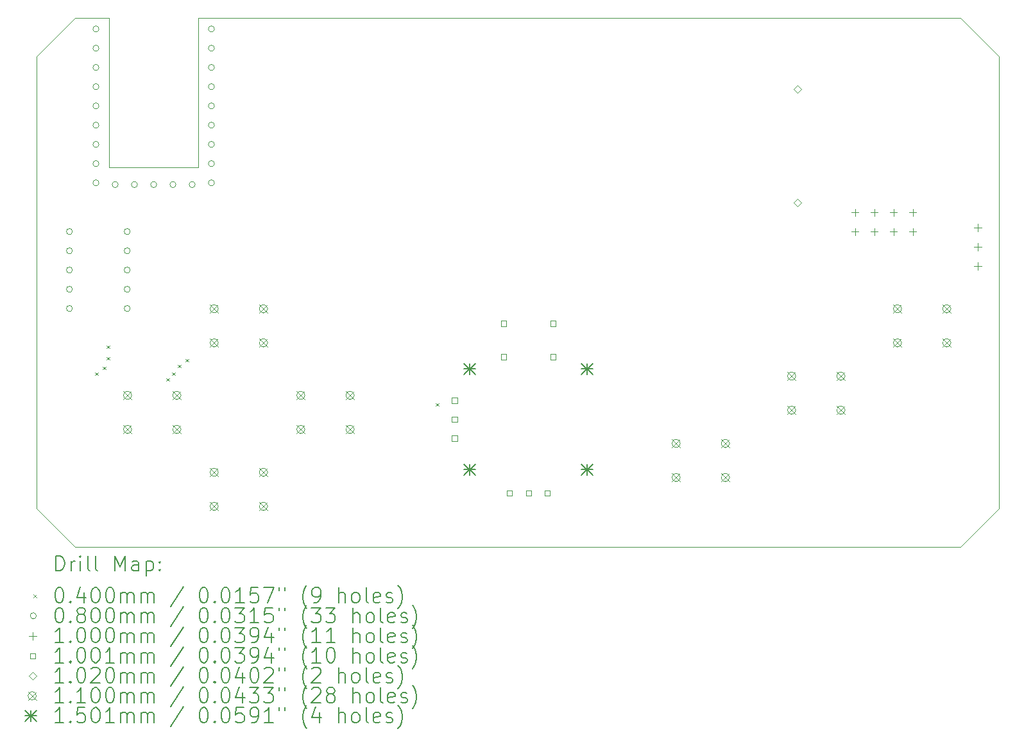
<source format=gbr>
%TF.GenerationSoftware,KiCad,Pcbnew,(6.0.9)*%
%TF.CreationDate,2022-11-26T23:56:55-05:00*%
%TF.ProjectId,rf_controller_hw,72665f63-6f6e-4747-926f-6c6c65725f68,rev?*%
%TF.SameCoordinates,Original*%
%TF.FileFunction,Drillmap*%
%TF.FilePolarity,Positive*%
%FSLAX45Y45*%
G04 Gerber Fmt 4.5, Leading zero omitted, Abs format (unit mm)*
G04 Created by KiCad (PCBNEW (6.0.9)) date 2022-11-26 23:56:55*
%MOMM*%
%LPD*%
G01*
G04 APERTURE LIST*
%ADD10C,0.100000*%
%ADD11C,0.200000*%
%ADD12C,0.040000*%
%ADD13C,0.080000*%
%ADD14C,0.100076*%
%ADD15C,0.102000*%
%ADD16C,0.110000*%
%ADD17C,0.150114*%
G04 APERTURE END LIST*
D10*
X9842500Y-6540500D02*
X11023600Y-6540500D01*
X11023600Y-4572000D01*
X21082000Y-4572000D01*
X21590000Y-5080000D01*
X21590000Y-11049000D01*
X21082000Y-11557000D01*
X9398000Y-11557000D01*
X8890000Y-11049000D01*
X8890000Y-5080000D01*
X9398000Y-4572000D01*
X9842500Y-4572000D01*
X9842500Y-6540500D01*
D11*
D12*
X9657400Y-9251000D02*
X9697400Y-9291000D01*
X9697400Y-9251000D02*
X9657400Y-9291000D01*
X9759000Y-9174800D02*
X9799000Y-9214800D01*
X9799000Y-9174800D02*
X9759000Y-9214800D01*
X9809800Y-8895400D02*
X9849800Y-8935400D01*
X9849800Y-8895400D02*
X9809800Y-8935400D01*
X9809800Y-9047800D02*
X9849800Y-9087800D01*
X9849800Y-9047800D02*
X9809800Y-9087800D01*
X10597200Y-9327200D02*
X10637200Y-9367200D01*
X10637200Y-9327200D02*
X10597200Y-9367200D01*
X10673400Y-9251000D02*
X10713400Y-9291000D01*
X10713400Y-9251000D02*
X10673400Y-9291000D01*
X10749600Y-9149400D02*
X10789600Y-9189400D01*
X10789600Y-9149400D02*
X10749600Y-9189400D01*
X10851200Y-9073200D02*
X10891200Y-9113200D01*
X10891200Y-9073200D02*
X10851200Y-9113200D01*
X14153200Y-9657400D02*
X14193200Y-9697400D01*
X14193200Y-9657400D02*
X14153200Y-9697400D01*
D13*
X9361800Y-7391400D02*
G75*
G03*
X9361800Y-7391400I-40000J0D01*
G01*
X9361800Y-7645400D02*
G75*
G03*
X9361800Y-7645400I-40000J0D01*
G01*
X9361800Y-7899400D02*
G75*
G03*
X9361800Y-7899400I-40000J0D01*
G01*
X9361800Y-8153400D02*
G75*
G03*
X9361800Y-8153400I-40000J0D01*
G01*
X9361800Y-8407400D02*
G75*
G03*
X9361800Y-8407400I-40000J0D01*
G01*
X9711100Y-4716900D02*
G75*
G03*
X9711100Y-4716900I-40000J0D01*
G01*
X9711100Y-4970900D02*
G75*
G03*
X9711100Y-4970900I-40000J0D01*
G01*
X9711100Y-5224900D02*
G75*
G03*
X9711100Y-5224900I-40000J0D01*
G01*
X9711100Y-5478900D02*
G75*
G03*
X9711100Y-5478900I-40000J0D01*
G01*
X9711100Y-5732900D02*
G75*
G03*
X9711100Y-5732900I-40000J0D01*
G01*
X9711100Y-5986900D02*
G75*
G03*
X9711100Y-5986900I-40000J0D01*
G01*
X9711100Y-6240900D02*
G75*
G03*
X9711100Y-6240900I-40000J0D01*
G01*
X9711100Y-6494900D02*
G75*
G03*
X9711100Y-6494900I-40000J0D01*
G01*
X9711100Y-6748900D02*
G75*
G03*
X9711100Y-6748900I-40000J0D01*
G01*
X9965100Y-6769900D02*
G75*
G03*
X9965100Y-6769900I-40000J0D01*
G01*
X10123800Y-7391400D02*
G75*
G03*
X10123800Y-7391400I-40000J0D01*
G01*
X10123800Y-7645400D02*
G75*
G03*
X10123800Y-7645400I-40000J0D01*
G01*
X10123800Y-7899400D02*
G75*
G03*
X10123800Y-7899400I-40000J0D01*
G01*
X10123800Y-8153400D02*
G75*
G03*
X10123800Y-8153400I-40000J0D01*
G01*
X10123800Y-8407400D02*
G75*
G03*
X10123800Y-8407400I-40000J0D01*
G01*
X10219100Y-6769900D02*
G75*
G03*
X10219100Y-6769900I-40000J0D01*
G01*
X10473100Y-6769900D02*
G75*
G03*
X10473100Y-6769900I-40000J0D01*
G01*
X10727100Y-6769900D02*
G75*
G03*
X10727100Y-6769900I-40000J0D01*
G01*
X10981100Y-6769900D02*
G75*
G03*
X10981100Y-6769900I-40000J0D01*
G01*
X11235100Y-4716900D02*
G75*
G03*
X11235100Y-4716900I-40000J0D01*
G01*
X11235100Y-4970900D02*
G75*
G03*
X11235100Y-4970900I-40000J0D01*
G01*
X11235100Y-5224900D02*
G75*
G03*
X11235100Y-5224900I-40000J0D01*
G01*
X11235100Y-5478900D02*
G75*
G03*
X11235100Y-5478900I-40000J0D01*
G01*
X11235100Y-5732900D02*
G75*
G03*
X11235100Y-5732900I-40000J0D01*
G01*
X11235100Y-5986900D02*
G75*
G03*
X11235100Y-5986900I-40000J0D01*
G01*
X11235100Y-6240900D02*
G75*
G03*
X11235100Y-6240900I-40000J0D01*
G01*
X11235100Y-6494900D02*
G75*
G03*
X11235100Y-6494900I-40000J0D01*
G01*
X11235100Y-6748900D02*
G75*
G03*
X11235100Y-6748900I-40000J0D01*
G01*
D10*
X19687700Y-7090650D02*
X19687700Y-7190650D01*
X19637700Y-7140650D02*
X19737700Y-7140650D01*
X19687700Y-7344650D02*
X19687700Y-7444650D01*
X19637700Y-7394650D02*
X19737700Y-7394650D01*
X19941700Y-7090650D02*
X19941700Y-7190650D01*
X19891700Y-7140650D02*
X19991700Y-7140650D01*
X19941700Y-7344650D02*
X19941700Y-7444650D01*
X19891700Y-7394650D02*
X19991700Y-7394650D01*
X20195700Y-7090650D02*
X20195700Y-7190650D01*
X20145700Y-7140650D02*
X20245700Y-7140650D01*
X20195700Y-7344650D02*
X20195700Y-7444650D01*
X20145700Y-7394650D02*
X20245700Y-7394650D01*
X20449700Y-7090650D02*
X20449700Y-7190650D01*
X20399700Y-7140650D02*
X20499700Y-7140650D01*
X20449700Y-7344650D02*
X20449700Y-7444650D01*
X20399700Y-7394650D02*
X20499700Y-7394650D01*
X21310600Y-7292100D02*
X21310600Y-7392100D01*
X21260600Y-7342100D02*
X21360600Y-7342100D01*
X21310600Y-7546100D02*
X21310600Y-7646100D01*
X21260600Y-7596100D02*
X21360600Y-7596100D01*
X21310600Y-7800100D02*
X21310600Y-7900100D01*
X21260600Y-7850100D02*
X21360600Y-7850100D01*
D14*
X14439786Y-9656014D02*
X14439786Y-9585249D01*
X14369021Y-9585249D01*
X14369021Y-9656014D01*
X14439786Y-9656014D01*
X14439786Y-9905950D02*
X14439786Y-9835185D01*
X14369021Y-9835185D01*
X14369021Y-9905950D01*
X14439786Y-9905950D01*
X14439786Y-10155886D02*
X14439786Y-10085121D01*
X14369021Y-10085121D01*
X14369021Y-10155886D01*
X14439786Y-10155886D01*
X15089772Y-8641030D02*
X15089772Y-8570265D01*
X15019007Y-8570265D01*
X15019007Y-8641030D01*
X15089772Y-8641030D01*
X15089772Y-9080958D02*
X15089772Y-9010193D01*
X15019007Y-9010193D01*
X15019007Y-9080958D01*
X15089772Y-9080958D01*
X15164956Y-10881056D02*
X15164956Y-10810291D01*
X15094191Y-10810291D01*
X15094191Y-10881056D01*
X15164956Y-10881056D01*
X15414892Y-10881056D02*
X15414892Y-10810291D01*
X15344127Y-10810291D01*
X15344127Y-10881056D01*
X15414892Y-10881056D01*
X15664828Y-10881056D02*
X15664828Y-10810291D01*
X15594063Y-10810291D01*
X15594063Y-10881056D01*
X15664828Y-10881056D01*
X15740012Y-8641030D02*
X15740012Y-8570265D01*
X15669247Y-8570265D01*
X15669247Y-8641030D01*
X15740012Y-8641030D01*
X15740012Y-9080958D02*
X15740012Y-9010193D01*
X15669247Y-9010193D01*
X15669247Y-9080958D01*
X15740012Y-9080958D01*
D15*
X18933100Y-5562100D02*
X18984100Y-5511100D01*
X18933100Y-5460100D01*
X18882100Y-5511100D01*
X18933100Y-5562100D01*
X18933100Y-7061100D02*
X18984100Y-7010100D01*
X18933100Y-6959100D01*
X18882100Y-7010100D01*
X18933100Y-7061100D01*
D16*
X10034000Y-9499000D02*
X10144000Y-9609000D01*
X10144000Y-9499000D02*
X10034000Y-9609000D01*
X10144000Y-9554000D02*
G75*
G03*
X10144000Y-9554000I-55000J0D01*
G01*
X10034000Y-9949000D02*
X10144000Y-10059000D01*
X10144000Y-9949000D02*
X10034000Y-10059000D01*
X10144000Y-10004000D02*
G75*
G03*
X10144000Y-10004000I-55000J0D01*
G01*
X10684000Y-9499000D02*
X10794000Y-9609000D01*
X10794000Y-9499000D02*
X10684000Y-9609000D01*
X10794000Y-9554000D02*
G75*
G03*
X10794000Y-9554000I-55000J0D01*
G01*
X10684000Y-9949000D02*
X10794000Y-10059000D01*
X10794000Y-9949000D02*
X10684000Y-10059000D01*
X10794000Y-10004000D02*
G75*
G03*
X10794000Y-10004000I-55000J0D01*
G01*
X11177000Y-8356000D02*
X11287000Y-8466000D01*
X11287000Y-8356000D02*
X11177000Y-8466000D01*
X11287000Y-8411000D02*
G75*
G03*
X11287000Y-8411000I-55000J0D01*
G01*
X11177000Y-8806000D02*
X11287000Y-8916000D01*
X11287000Y-8806000D02*
X11177000Y-8916000D01*
X11287000Y-8861000D02*
G75*
G03*
X11287000Y-8861000I-55000J0D01*
G01*
X11177000Y-10515000D02*
X11287000Y-10625000D01*
X11287000Y-10515000D02*
X11177000Y-10625000D01*
X11287000Y-10570000D02*
G75*
G03*
X11287000Y-10570000I-55000J0D01*
G01*
X11177000Y-10965000D02*
X11287000Y-11075000D01*
X11287000Y-10965000D02*
X11177000Y-11075000D01*
X11287000Y-11020000D02*
G75*
G03*
X11287000Y-11020000I-55000J0D01*
G01*
X11827000Y-8356000D02*
X11937000Y-8466000D01*
X11937000Y-8356000D02*
X11827000Y-8466000D01*
X11937000Y-8411000D02*
G75*
G03*
X11937000Y-8411000I-55000J0D01*
G01*
X11827000Y-8806000D02*
X11937000Y-8916000D01*
X11937000Y-8806000D02*
X11827000Y-8916000D01*
X11937000Y-8861000D02*
G75*
G03*
X11937000Y-8861000I-55000J0D01*
G01*
X11827000Y-10515000D02*
X11937000Y-10625000D01*
X11937000Y-10515000D02*
X11827000Y-10625000D01*
X11937000Y-10570000D02*
G75*
G03*
X11937000Y-10570000I-55000J0D01*
G01*
X11827000Y-10965000D02*
X11937000Y-11075000D01*
X11937000Y-10965000D02*
X11827000Y-11075000D01*
X11937000Y-11020000D02*
G75*
G03*
X11937000Y-11020000I-55000J0D01*
G01*
X12320000Y-9499000D02*
X12430000Y-9609000D01*
X12430000Y-9499000D02*
X12320000Y-9609000D01*
X12430000Y-9554000D02*
G75*
G03*
X12430000Y-9554000I-55000J0D01*
G01*
X12320000Y-9949000D02*
X12430000Y-10059000D01*
X12430000Y-9949000D02*
X12320000Y-10059000D01*
X12430000Y-10004000D02*
G75*
G03*
X12430000Y-10004000I-55000J0D01*
G01*
X12970000Y-9499000D02*
X13080000Y-9609000D01*
X13080000Y-9499000D02*
X12970000Y-9609000D01*
X13080000Y-9554000D02*
G75*
G03*
X13080000Y-9554000I-55000J0D01*
G01*
X12970000Y-9949000D02*
X13080000Y-10059000D01*
X13080000Y-9949000D02*
X12970000Y-10059000D01*
X13080000Y-10004000D02*
G75*
G03*
X13080000Y-10004000I-55000J0D01*
G01*
X17273000Y-10134000D02*
X17383000Y-10244000D01*
X17383000Y-10134000D02*
X17273000Y-10244000D01*
X17383000Y-10189000D02*
G75*
G03*
X17383000Y-10189000I-55000J0D01*
G01*
X17273000Y-10584000D02*
X17383000Y-10694000D01*
X17383000Y-10584000D02*
X17273000Y-10694000D01*
X17383000Y-10639000D02*
G75*
G03*
X17383000Y-10639000I-55000J0D01*
G01*
X17923000Y-10134000D02*
X18033000Y-10244000D01*
X18033000Y-10134000D02*
X17923000Y-10244000D01*
X18033000Y-10189000D02*
G75*
G03*
X18033000Y-10189000I-55000J0D01*
G01*
X17923000Y-10584000D02*
X18033000Y-10694000D01*
X18033000Y-10584000D02*
X17923000Y-10694000D01*
X18033000Y-10639000D02*
G75*
G03*
X18033000Y-10639000I-55000J0D01*
G01*
X18797000Y-9245000D02*
X18907000Y-9355000D01*
X18907000Y-9245000D02*
X18797000Y-9355000D01*
X18907000Y-9300000D02*
G75*
G03*
X18907000Y-9300000I-55000J0D01*
G01*
X18797000Y-9695000D02*
X18907000Y-9805000D01*
X18907000Y-9695000D02*
X18797000Y-9805000D01*
X18907000Y-9750000D02*
G75*
G03*
X18907000Y-9750000I-55000J0D01*
G01*
X19447000Y-9245000D02*
X19557000Y-9355000D01*
X19557000Y-9245000D02*
X19447000Y-9355000D01*
X19557000Y-9300000D02*
G75*
G03*
X19557000Y-9300000I-55000J0D01*
G01*
X19447000Y-9695000D02*
X19557000Y-9805000D01*
X19557000Y-9695000D02*
X19447000Y-9805000D01*
X19557000Y-9750000D02*
G75*
G03*
X19557000Y-9750000I-55000J0D01*
G01*
X20194000Y-8356000D02*
X20304000Y-8466000D01*
X20304000Y-8356000D02*
X20194000Y-8466000D01*
X20304000Y-8411000D02*
G75*
G03*
X20304000Y-8411000I-55000J0D01*
G01*
X20194000Y-8806000D02*
X20304000Y-8916000D01*
X20304000Y-8806000D02*
X20194000Y-8916000D01*
X20304000Y-8861000D02*
G75*
G03*
X20304000Y-8861000I-55000J0D01*
G01*
X20844000Y-8356000D02*
X20954000Y-8466000D01*
X20954000Y-8356000D02*
X20844000Y-8466000D01*
X20954000Y-8411000D02*
G75*
G03*
X20954000Y-8411000I-55000J0D01*
G01*
X20844000Y-8806000D02*
X20954000Y-8916000D01*
X20954000Y-8806000D02*
X20844000Y-8916000D01*
X20954000Y-8861000D02*
G75*
G03*
X20954000Y-8861000I-55000J0D01*
G01*
D17*
X14529498Y-9130538D02*
X14679612Y-9280652D01*
X14679612Y-9130538D02*
X14529498Y-9280652D01*
X14604555Y-9130538D02*
X14604555Y-9280652D01*
X14529498Y-9205595D02*
X14679612Y-9205595D01*
X14529498Y-10460482D02*
X14679612Y-10610596D01*
X14679612Y-10460482D02*
X14529498Y-10610596D01*
X14604555Y-10460482D02*
X14604555Y-10610596D01*
X14529498Y-10535539D02*
X14679612Y-10535539D01*
X16079406Y-9130538D02*
X16229520Y-9280652D01*
X16229520Y-9130538D02*
X16079406Y-9280652D01*
X16154463Y-9130538D02*
X16154463Y-9280652D01*
X16079406Y-9205595D02*
X16229520Y-9205595D01*
X16079406Y-10460482D02*
X16229520Y-10610596D01*
X16229520Y-10460482D02*
X16079406Y-10610596D01*
X16154463Y-10460482D02*
X16154463Y-10610596D01*
X16079406Y-10535539D02*
X16229520Y-10535539D01*
D11*
X9142619Y-11872476D02*
X9142619Y-11672476D01*
X9190238Y-11672476D01*
X9218810Y-11682000D01*
X9237857Y-11701048D01*
X9247381Y-11720095D01*
X9256905Y-11758190D01*
X9256905Y-11786762D01*
X9247381Y-11824857D01*
X9237857Y-11843905D01*
X9218810Y-11862952D01*
X9190238Y-11872476D01*
X9142619Y-11872476D01*
X9342619Y-11872476D02*
X9342619Y-11739143D01*
X9342619Y-11777238D02*
X9352143Y-11758190D01*
X9361667Y-11748667D01*
X9380714Y-11739143D01*
X9399762Y-11739143D01*
X9466429Y-11872476D02*
X9466429Y-11739143D01*
X9466429Y-11672476D02*
X9456905Y-11682000D01*
X9466429Y-11691524D01*
X9475952Y-11682000D01*
X9466429Y-11672476D01*
X9466429Y-11691524D01*
X9590238Y-11872476D02*
X9571190Y-11862952D01*
X9561667Y-11843905D01*
X9561667Y-11672476D01*
X9695000Y-11872476D02*
X9675952Y-11862952D01*
X9666429Y-11843905D01*
X9666429Y-11672476D01*
X9923571Y-11872476D02*
X9923571Y-11672476D01*
X9990238Y-11815333D01*
X10056905Y-11672476D01*
X10056905Y-11872476D01*
X10237857Y-11872476D02*
X10237857Y-11767714D01*
X10228333Y-11748667D01*
X10209286Y-11739143D01*
X10171190Y-11739143D01*
X10152143Y-11748667D01*
X10237857Y-11862952D02*
X10218810Y-11872476D01*
X10171190Y-11872476D01*
X10152143Y-11862952D01*
X10142619Y-11843905D01*
X10142619Y-11824857D01*
X10152143Y-11805809D01*
X10171190Y-11796286D01*
X10218810Y-11796286D01*
X10237857Y-11786762D01*
X10333095Y-11739143D02*
X10333095Y-11939143D01*
X10333095Y-11748667D02*
X10352143Y-11739143D01*
X10390238Y-11739143D01*
X10409286Y-11748667D01*
X10418810Y-11758190D01*
X10428333Y-11777238D01*
X10428333Y-11834381D01*
X10418810Y-11853428D01*
X10409286Y-11862952D01*
X10390238Y-11872476D01*
X10352143Y-11872476D01*
X10333095Y-11862952D01*
X10514048Y-11853428D02*
X10523571Y-11862952D01*
X10514048Y-11872476D01*
X10504524Y-11862952D01*
X10514048Y-11853428D01*
X10514048Y-11872476D01*
X10514048Y-11748667D02*
X10523571Y-11758190D01*
X10514048Y-11767714D01*
X10504524Y-11758190D01*
X10514048Y-11748667D01*
X10514048Y-11767714D01*
D12*
X8845000Y-12182000D02*
X8885000Y-12222000D01*
X8885000Y-12182000D02*
X8845000Y-12222000D01*
D11*
X9180714Y-12092476D02*
X9199762Y-12092476D01*
X9218810Y-12102000D01*
X9228333Y-12111524D01*
X9237857Y-12130571D01*
X9247381Y-12168667D01*
X9247381Y-12216286D01*
X9237857Y-12254381D01*
X9228333Y-12273428D01*
X9218810Y-12282952D01*
X9199762Y-12292476D01*
X9180714Y-12292476D01*
X9161667Y-12282952D01*
X9152143Y-12273428D01*
X9142619Y-12254381D01*
X9133095Y-12216286D01*
X9133095Y-12168667D01*
X9142619Y-12130571D01*
X9152143Y-12111524D01*
X9161667Y-12102000D01*
X9180714Y-12092476D01*
X9333095Y-12273428D02*
X9342619Y-12282952D01*
X9333095Y-12292476D01*
X9323571Y-12282952D01*
X9333095Y-12273428D01*
X9333095Y-12292476D01*
X9514048Y-12159143D02*
X9514048Y-12292476D01*
X9466429Y-12082952D02*
X9418810Y-12225809D01*
X9542619Y-12225809D01*
X9656905Y-12092476D02*
X9675952Y-12092476D01*
X9695000Y-12102000D01*
X9704524Y-12111524D01*
X9714048Y-12130571D01*
X9723571Y-12168667D01*
X9723571Y-12216286D01*
X9714048Y-12254381D01*
X9704524Y-12273428D01*
X9695000Y-12282952D01*
X9675952Y-12292476D01*
X9656905Y-12292476D01*
X9637857Y-12282952D01*
X9628333Y-12273428D01*
X9618810Y-12254381D01*
X9609286Y-12216286D01*
X9609286Y-12168667D01*
X9618810Y-12130571D01*
X9628333Y-12111524D01*
X9637857Y-12102000D01*
X9656905Y-12092476D01*
X9847381Y-12092476D02*
X9866429Y-12092476D01*
X9885476Y-12102000D01*
X9895000Y-12111524D01*
X9904524Y-12130571D01*
X9914048Y-12168667D01*
X9914048Y-12216286D01*
X9904524Y-12254381D01*
X9895000Y-12273428D01*
X9885476Y-12282952D01*
X9866429Y-12292476D01*
X9847381Y-12292476D01*
X9828333Y-12282952D01*
X9818810Y-12273428D01*
X9809286Y-12254381D01*
X9799762Y-12216286D01*
X9799762Y-12168667D01*
X9809286Y-12130571D01*
X9818810Y-12111524D01*
X9828333Y-12102000D01*
X9847381Y-12092476D01*
X9999762Y-12292476D02*
X9999762Y-12159143D01*
X9999762Y-12178190D02*
X10009286Y-12168667D01*
X10028333Y-12159143D01*
X10056905Y-12159143D01*
X10075952Y-12168667D01*
X10085476Y-12187714D01*
X10085476Y-12292476D01*
X10085476Y-12187714D02*
X10095000Y-12168667D01*
X10114048Y-12159143D01*
X10142619Y-12159143D01*
X10161667Y-12168667D01*
X10171190Y-12187714D01*
X10171190Y-12292476D01*
X10266429Y-12292476D02*
X10266429Y-12159143D01*
X10266429Y-12178190D02*
X10275952Y-12168667D01*
X10295000Y-12159143D01*
X10323571Y-12159143D01*
X10342619Y-12168667D01*
X10352143Y-12187714D01*
X10352143Y-12292476D01*
X10352143Y-12187714D02*
X10361667Y-12168667D01*
X10380714Y-12159143D01*
X10409286Y-12159143D01*
X10428333Y-12168667D01*
X10437857Y-12187714D01*
X10437857Y-12292476D01*
X10828333Y-12082952D02*
X10656905Y-12340095D01*
X11085476Y-12092476D02*
X11104524Y-12092476D01*
X11123571Y-12102000D01*
X11133095Y-12111524D01*
X11142619Y-12130571D01*
X11152143Y-12168667D01*
X11152143Y-12216286D01*
X11142619Y-12254381D01*
X11133095Y-12273428D01*
X11123571Y-12282952D01*
X11104524Y-12292476D01*
X11085476Y-12292476D01*
X11066429Y-12282952D01*
X11056905Y-12273428D01*
X11047381Y-12254381D01*
X11037857Y-12216286D01*
X11037857Y-12168667D01*
X11047381Y-12130571D01*
X11056905Y-12111524D01*
X11066429Y-12102000D01*
X11085476Y-12092476D01*
X11237857Y-12273428D02*
X11247381Y-12282952D01*
X11237857Y-12292476D01*
X11228333Y-12282952D01*
X11237857Y-12273428D01*
X11237857Y-12292476D01*
X11371190Y-12092476D02*
X11390238Y-12092476D01*
X11409286Y-12102000D01*
X11418809Y-12111524D01*
X11428333Y-12130571D01*
X11437857Y-12168667D01*
X11437857Y-12216286D01*
X11428333Y-12254381D01*
X11418809Y-12273428D01*
X11409286Y-12282952D01*
X11390238Y-12292476D01*
X11371190Y-12292476D01*
X11352143Y-12282952D01*
X11342619Y-12273428D01*
X11333095Y-12254381D01*
X11323571Y-12216286D01*
X11323571Y-12168667D01*
X11333095Y-12130571D01*
X11342619Y-12111524D01*
X11352143Y-12102000D01*
X11371190Y-12092476D01*
X11628333Y-12292476D02*
X11514048Y-12292476D01*
X11571190Y-12292476D02*
X11571190Y-12092476D01*
X11552143Y-12121048D01*
X11533095Y-12140095D01*
X11514048Y-12149619D01*
X11809286Y-12092476D02*
X11714048Y-12092476D01*
X11704524Y-12187714D01*
X11714048Y-12178190D01*
X11733095Y-12168667D01*
X11780714Y-12168667D01*
X11799762Y-12178190D01*
X11809286Y-12187714D01*
X11818809Y-12206762D01*
X11818809Y-12254381D01*
X11809286Y-12273428D01*
X11799762Y-12282952D01*
X11780714Y-12292476D01*
X11733095Y-12292476D01*
X11714048Y-12282952D01*
X11704524Y-12273428D01*
X11885476Y-12092476D02*
X12018809Y-12092476D01*
X11933095Y-12292476D01*
X12085476Y-12092476D02*
X12085476Y-12130571D01*
X12161667Y-12092476D02*
X12161667Y-12130571D01*
X12456905Y-12368667D02*
X12447381Y-12359143D01*
X12428333Y-12330571D01*
X12418809Y-12311524D01*
X12409286Y-12282952D01*
X12399762Y-12235333D01*
X12399762Y-12197238D01*
X12409286Y-12149619D01*
X12418809Y-12121048D01*
X12428333Y-12102000D01*
X12447381Y-12073428D01*
X12456905Y-12063905D01*
X12542619Y-12292476D02*
X12580714Y-12292476D01*
X12599762Y-12282952D01*
X12609286Y-12273428D01*
X12628333Y-12244857D01*
X12637857Y-12206762D01*
X12637857Y-12130571D01*
X12628333Y-12111524D01*
X12618809Y-12102000D01*
X12599762Y-12092476D01*
X12561667Y-12092476D01*
X12542619Y-12102000D01*
X12533095Y-12111524D01*
X12523571Y-12130571D01*
X12523571Y-12178190D01*
X12533095Y-12197238D01*
X12542619Y-12206762D01*
X12561667Y-12216286D01*
X12599762Y-12216286D01*
X12618809Y-12206762D01*
X12628333Y-12197238D01*
X12637857Y-12178190D01*
X12875952Y-12292476D02*
X12875952Y-12092476D01*
X12961667Y-12292476D02*
X12961667Y-12187714D01*
X12952143Y-12168667D01*
X12933095Y-12159143D01*
X12904524Y-12159143D01*
X12885476Y-12168667D01*
X12875952Y-12178190D01*
X13085476Y-12292476D02*
X13066428Y-12282952D01*
X13056905Y-12273428D01*
X13047381Y-12254381D01*
X13047381Y-12197238D01*
X13056905Y-12178190D01*
X13066428Y-12168667D01*
X13085476Y-12159143D01*
X13114048Y-12159143D01*
X13133095Y-12168667D01*
X13142619Y-12178190D01*
X13152143Y-12197238D01*
X13152143Y-12254381D01*
X13142619Y-12273428D01*
X13133095Y-12282952D01*
X13114048Y-12292476D01*
X13085476Y-12292476D01*
X13266428Y-12292476D02*
X13247381Y-12282952D01*
X13237857Y-12263905D01*
X13237857Y-12092476D01*
X13418809Y-12282952D02*
X13399762Y-12292476D01*
X13361667Y-12292476D01*
X13342619Y-12282952D01*
X13333095Y-12263905D01*
X13333095Y-12187714D01*
X13342619Y-12168667D01*
X13361667Y-12159143D01*
X13399762Y-12159143D01*
X13418809Y-12168667D01*
X13428333Y-12187714D01*
X13428333Y-12206762D01*
X13333095Y-12225809D01*
X13504524Y-12282952D02*
X13523571Y-12292476D01*
X13561667Y-12292476D01*
X13580714Y-12282952D01*
X13590238Y-12263905D01*
X13590238Y-12254381D01*
X13580714Y-12235333D01*
X13561667Y-12225809D01*
X13533095Y-12225809D01*
X13514048Y-12216286D01*
X13504524Y-12197238D01*
X13504524Y-12187714D01*
X13514048Y-12168667D01*
X13533095Y-12159143D01*
X13561667Y-12159143D01*
X13580714Y-12168667D01*
X13656905Y-12368667D02*
X13666428Y-12359143D01*
X13685476Y-12330571D01*
X13695000Y-12311524D01*
X13704524Y-12282952D01*
X13714048Y-12235333D01*
X13714048Y-12197238D01*
X13704524Y-12149619D01*
X13695000Y-12121048D01*
X13685476Y-12102000D01*
X13666428Y-12073428D01*
X13656905Y-12063905D01*
D13*
X8885000Y-12466000D02*
G75*
G03*
X8885000Y-12466000I-40000J0D01*
G01*
D11*
X9180714Y-12356476D02*
X9199762Y-12356476D01*
X9218810Y-12366000D01*
X9228333Y-12375524D01*
X9237857Y-12394571D01*
X9247381Y-12432667D01*
X9247381Y-12480286D01*
X9237857Y-12518381D01*
X9228333Y-12537428D01*
X9218810Y-12546952D01*
X9199762Y-12556476D01*
X9180714Y-12556476D01*
X9161667Y-12546952D01*
X9152143Y-12537428D01*
X9142619Y-12518381D01*
X9133095Y-12480286D01*
X9133095Y-12432667D01*
X9142619Y-12394571D01*
X9152143Y-12375524D01*
X9161667Y-12366000D01*
X9180714Y-12356476D01*
X9333095Y-12537428D02*
X9342619Y-12546952D01*
X9333095Y-12556476D01*
X9323571Y-12546952D01*
X9333095Y-12537428D01*
X9333095Y-12556476D01*
X9456905Y-12442190D02*
X9437857Y-12432667D01*
X9428333Y-12423143D01*
X9418810Y-12404095D01*
X9418810Y-12394571D01*
X9428333Y-12375524D01*
X9437857Y-12366000D01*
X9456905Y-12356476D01*
X9495000Y-12356476D01*
X9514048Y-12366000D01*
X9523571Y-12375524D01*
X9533095Y-12394571D01*
X9533095Y-12404095D01*
X9523571Y-12423143D01*
X9514048Y-12432667D01*
X9495000Y-12442190D01*
X9456905Y-12442190D01*
X9437857Y-12451714D01*
X9428333Y-12461238D01*
X9418810Y-12480286D01*
X9418810Y-12518381D01*
X9428333Y-12537428D01*
X9437857Y-12546952D01*
X9456905Y-12556476D01*
X9495000Y-12556476D01*
X9514048Y-12546952D01*
X9523571Y-12537428D01*
X9533095Y-12518381D01*
X9533095Y-12480286D01*
X9523571Y-12461238D01*
X9514048Y-12451714D01*
X9495000Y-12442190D01*
X9656905Y-12356476D02*
X9675952Y-12356476D01*
X9695000Y-12366000D01*
X9704524Y-12375524D01*
X9714048Y-12394571D01*
X9723571Y-12432667D01*
X9723571Y-12480286D01*
X9714048Y-12518381D01*
X9704524Y-12537428D01*
X9695000Y-12546952D01*
X9675952Y-12556476D01*
X9656905Y-12556476D01*
X9637857Y-12546952D01*
X9628333Y-12537428D01*
X9618810Y-12518381D01*
X9609286Y-12480286D01*
X9609286Y-12432667D01*
X9618810Y-12394571D01*
X9628333Y-12375524D01*
X9637857Y-12366000D01*
X9656905Y-12356476D01*
X9847381Y-12356476D02*
X9866429Y-12356476D01*
X9885476Y-12366000D01*
X9895000Y-12375524D01*
X9904524Y-12394571D01*
X9914048Y-12432667D01*
X9914048Y-12480286D01*
X9904524Y-12518381D01*
X9895000Y-12537428D01*
X9885476Y-12546952D01*
X9866429Y-12556476D01*
X9847381Y-12556476D01*
X9828333Y-12546952D01*
X9818810Y-12537428D01*
X9809286Y-12518381D01*
X9799762Y-12480286D01*
X9799762Y-12432667D01*
X9809286Y-12394571D01*
X9818810Y-12375524D01*
X9828333Y-12366000D01*
X9847381Y-12356476D01*
X9999762Y-12556476D02*
X9999762Y-12423143D01*
X9999762Y-12442190D02*
X10009286Y-12432667D01*
X10028333Y-12423143D01*
X10056905Y-12423143D01*
X10075952Y-12432667D01*
X10085476Y-12451714D01*
X10085476Y-12556476D01*
X10085476Y-12451714D02*
X10095000Y-12432667D01*
X10114048Y-12423143D01*
X10142619Y-12423143D01*
X10161667Y-12432667D01*
X10171190Y-12451714D01*
X10171190Y-12556476D01*
X10266429Y-12556476D02*
X10266429Y-12423143D01*
X10266429Y-12442190D02*
X10275952Y-12432667D01*
X10295000Y-12423143D01*
X10323571Y-12423143D01*
X10342619Y-12432667D01*
X10352143Y-12451714D01*
X10352143Y-12556476D01*
X10352143Y-12451714D02*
X10361667Y-12432667D01*
X10380714Y-12423143D01*
X10409286Y-12423143D01*
X10428333Y-12432667D01*
X10437857Y-12451714D01*
X10437857Y-12556476D01*
X10828333Y-12346952D02*
X10656905Y-12604095D01*
X11085476Y-12356476D02*
X11104524Y-12356476D01*
X11123571Y-12366000D01*
X11133095Y-12375524D01*
X11142619Y-12394571D01*
X11152143Y-12432667D01*
X11152143Y-12480286D01*
X11142619Y-12518381D01*
X11133095Y-12537428D01*
X11123571Y-12546952D01*
X11104524Y-12556476D01*
X11085476Y-12556476D01*
X11066429Y-12546952D01*
X11056905Y-12537428D01*
X11047381Y-12518381D01*
X11037857Y-12480286D01*
X11037857Y-12432667D01*
X11047381Y-12394571D01*
X11056905Y-12375524D01*
X11066429Y-12366000D01*
X11085476Y-12356476D01*
X11237857Y-12537428D02*
X11247381Y-12546952D01*
X11237857Y-12556476D01*
X11228333Y-12546952D01*
X11237857Y-12537428D01*
X11237857Y-12556476D01*
X11371190Y-12356476D02*
X11390238Y-12356476D01*
X11409286Y-12366000D01*
X11418809Y-12375524D01*
X11428333Y-12394571D01*
X11437857Y-12432667D01*
X11437857Y-12480286D01*
X11428333Y-12518381D01*
X11418809Y-12537428D01*
X11409286Y-12546952D01*
X11390238Y-12556476D01*
X11371190Y-12556476D01*
X11352143Y-12546952D01*
X11342619Y-12537428D01*
X11333095Y-12518381D01*
X11323571Y-12480286D01*
X11323571Y-12432667D01*
X11333095Y-12394571D01*
X11342619Y-12375524D01*
X11352143Y-12366000D01*
X11371190Y-12356476D01*
X11504524Y-12356476D02*
X11628333Y-12356476D01*
X11561667Y-12432667D01*
X11590238Y-12432667D01*
X11609286Y-12442190D01*
X11618809Y-12451714D01*
X11628333Y-12470762D01*
X11628333Y-12518381D01*
X11618809Y-12537428D01*
X11609286Y-12546952D01*
X11590238Y-12556476D01*
X11533095Y-12556476D01*
X11514048Y-12546952D01*
X11504524Y-12537428D01*
X11818809Y-12556476D02*
X11704524Y-12556476D01*
X11761667Y-12556476D02*
X11761667Y-12356476D01*
X11742619Y-12385048D01*
X11723571Y-12404095D01*
X11704524Y-12413619D01*
X11999762Y-12356476D02*
X11904524Y-12356476D01*
X11895000Y-12451714D01*
X11904524Y-12442190D01*
X11923571Y-12432667D01*
X11971190Y-12432667D01*
X11990238Y-12442190D01*
X11999762Y-12451714D01*
X12009286Y-12470762D01*
X12009286Y-12518381D01*
X11999762Y-12537428D01*
X11990238Y-12546952D01*
X11971190Y-12556476D01*
X11923571Y-12556476D01*
X11904524Y-12546952D01*
X11895000Y-12537428D01*
X12085476Y-12356476D02*
X12085476Y-12394571D01*
X12161667Y-12356476D02*
X12161667Y-12394571D01*
X12456905Y-12632667D02*
X12447381Y-12623143D01*
X12428333Y-12594571D01*
X12418809Y-12575524D01*
X12409286Y-12546952D01*
X12399762Y-12499333D01*
X12399762Y-12461238D01*
X12409286Y-12413619D01*
X12418809Y-12385048D01*
X12428333Y-12366000D01*
X12447381Y-12337428D01*
X12456905Y-12327905D01*
X12514048Y-12356476D02*
X12637857Y-12356476D01*
X12571190Y-12432667D01*
X12599762Y-12432667D01*
X12618809Y-12442190D01*
X12628333Y-12451714D01*
X12637857Y-12470762D01*
X12637857Y-12518381D01*
X12628333Y-12537428D01*
X12618809Y-12546952D01*
X12599762Y-12556476D01*
X12542619Y-12556476D01*
X12523571Y-12546952D01*
X12514048Y-12537428D01*
X12704524Y-12356476D02*
X12828333Y-12356476D01*
X12761667Y-12432667D01*
X12790238Y-12432667D01*
X12809286Y-12442190D01*
X12818809Y-12451714D01*
X12828333Y-12470762D01*
X12828333Y-12518381D01*
X12818809Y-12537428D01*
X12809286Y-12546952D01*
X12790238Y-12556476D01*
X12733095Y-12556476D01*
X12714048Y-12546952D01*
X12704524Y-12537428D01*
X13066428Y-12556476D02*
X13066428Y-12356476D01*
X13152143Y-12556476D02*
X13152143Y-12451714D01*
X13142619Y-12432667D01*
X13123571Y-12423143D01*
X13095000Y-12423143D01*
X13075952Y-12432667D01*
X13066428Y-12442190D01*
X13275952Y-12556476D02*
X13256905Y-12546952D01*
X13247381Y-12537428D01*
X13237857Y-12518381D01*
X13237857Y-12461238D01*
X13247381Y-12442190D01*
X13256905Y-12432667D01*
X13275952Y-12423143D01*
X13304524Y-12423143D01*
X13323571Y-12432667D01*
X13333095Y-12442190D01*
X13342619Y-12461238D01*
X13342619Y-12518381D01*
X13333095Y-12537428D01*
X13323571Y-12546952D01*
X13304524Y-12556476D01*
X13275952Y-12556476D01*
X13456905Y-12556476D02*
X13437857Y-12546952D01*
X13428333Y-12527905D01*
X13428333Y-12356476D01*
X13609286Y-12546952D02*
X13590238Y-12556476D01*
X13552143Y-12556476D01*
X13533095Y-12546952D01*
X13523571Y-12527905D01*
X13523571Y-12451714D01*
X13533095Y-12432667D01*
X13552143Y-12423143D01*
X13590238Y-12423143D01*
X13609286Y-12432667D01*
X13618809Y-12451714D01*
X13618809Y-12470762D01*
X13523571Y-12489809D01*
X13695000Y-12546952D02*
X13714048Y-12556476D01*
X13752143Y-12556476D01*
X13771190Y-12546952D01*
X13780714Y-12527905D01*
X13780714Y-12518381D01*
X13771190Y-12499333D01*
X13752143Y-12489809D01*
X13723571Y-12489809D01*
X13704524Y-12480286D01*
X13695000Y-12461238D01*
X13695000Y-12451714D01*
X13704524Y-12432667D01*
X13723571Y-12423143D01*
X13752143Y-12423143D01*
X13771190Y-12432667D01*
X13847381Y-12632667D02*
X13856905Y-12623143D01*
X13875952Y-12594571D01*
X13885476Y-12575524D01*
X13895000Y-12546952D01*
X13904524Y-12499333D01*
X13904524Y-12461238D01*
X13895000Y-12413619D01*
X13885476Y-12385048D01*
X13875952Y-12366000D01*
X13856905Y-12337428D01*
X13847381Y-12327905D01*
D10*
X8835000Y-12680000D02*
X8835000Y-12780000D01*
X8785000Y-12730000D02*
X8885000Y-12730000D01*
D11*
X9247381Y-12820476D02*
X9133095Y-12820476D01*
X9190238Y-12820476D02*
X9190238Y-12620476D01*
X9171190Y-12649048D01*
X9152143Y-12668095D01*
X9133095Y-12677619D01*
X9333095Y-12801428D02*
X9342619Y-12810952D01*
X9333095Y-12820476D01*
X9323571Y-12810952D01*
X9333095Y-12801428D01*
X9333095Y-12820476D01*
X9466429Y-12620476D02*
X9485476Y-12620476D01*
X9504524Y-12630000D01*
X9514048Y-12639524D01*
X9523571Y-12658571D01*
X9533095Y-12696667D01*
X9533095Y-12744286D01*
X9523571Y-12782381D01*
X9514048Y-12801428D01*
X9504524Y-12810952D01*
X9485476Y-12820476D01*
X9466429Y-12820476D01*
X9447381Y-12810952D01*
X9437857Y-12801428D01*
X9428333Y-12782381D01*
X9418810Y-12744286D01*
X9418810Y-12696667D01*
X9428333Y-12658571D01*
X9437857Y-12639524D01*
X9447381Y-12630000D01*
X9466429Y-12620476D01*
X9656905Y-12620476D02*
X9675952Y-12620476D01*
X9695000Y-12630000D01*
X9704524Y-12639524D01*
X9714048Y-12658571D01*
X9723571Y-12696667D01*
X9723571Y-12744286D01*
X9714048Y-12782381D01*
X9704524Y-12801428D01*
X9695000Y-12810952D01*
X9675952Y-12820476D01*
X9656905Y-12820476D01*
X9637857Y-12810952D01*
X9628333Y-12801428D01*
X9618810Y-12782381D01*
X9609286Y-12744286D01*
X9609286Y-12696667D01*
X9618810Y-12658571D01*
X9628333Y-12639524D01*
X9637857Y-12630000D01*
X9656905Y-12620476D01*
X9847381Y-12620476D02*
X9866429Y-12620476D01*
X9885476Y-12630000D01*
X9895000Y-12639524D01*
X9904524Y-12658571D01*
X9914048Y-12696667D01*
X9914048Y-12744286D01*
X9904524Y-12782381D01*
X9895000Y-12801428D01*
X9885476Y-12810952D01*
X9866429Y-12820476D01*
X9847381Y-12820476D01*
X9828333Y-12810952D01*
X9818810Y-12801428D01*
X9809286Y-12782381D01*
X9799762Y-12744286D01*
X9799762Y-12696667D01*
X9809286Y-12658571D01*
X9818810Y-12639524D01*
X9828333Y-12630000D01*
X9847381Y-12620476D01*
X9999762Y-12820476D02*
X9999762Y-12687143D01*
X9999762Y-12706190D02*
X10009286Y-12696667D01*
X10028333Y-12687143D01*
X10056905Y-12687143D01*
X10075952Y-12696667D01*
X10085476Y-12715714D01*
X10085476Y-12820476D01*
X10085476Y-12715714D02*
X10095000Y-12696667D01*
X10114048Y-12687143D01*
X10142619Y-12687143D01*
X10161667Y-12696667D01*
X10171190Y-12715714D01*
X10171190Y-12820476D01*
X10266429Y-12820476D02*
X10266429Y-12687143D01*
X10266429Y-12706190D02*
X10275952Y-12696667D01*
X10295000Y-12687143D01*
X10323571Y-12687143D01*
X10342619Y-12696667D01*
X10352143Y-12715714D01*
X10352143Y-12820476D01*
X10352143Y-12715714D02*
X10361667Y-12696667D01*
X10380714Y-12687143D01*
X10409286Y-12687143D01*
X10428333Y-12696667D01*
X10437857Y-12715714D01*
X10437857Y-12820476D01*
X10828333Y-12610952D02*
X10656905Y-12868095D01*
X11085476Y-12620476D02*
X11104524Y-12620476D01*
X11123571Y-12630000D01*
X11133095Y-12639524D01*
X11142619Y-12658571D01*
X11152143Y-12696667D01*
X11152143Y-12744286D01*
X11142619Y-12782381D01*
X11133095Y-12801428D01*
X11123571Y-12810952D01*
X11104524Y-12820476D01*
X11085476Y-12820476D01*
X11066429Y-12810952D01*
X11056905Y-12801428D01*
X11047381Y-12782381D01*
X11037857Y-12744286D01*
X11037857Y-12696667D01*
X11047381Y-12658571D01*
X11056905Y-12639524D01*
X11066429Y-12630000D01*
X11085476Y-12620476D01*
X11237857Y-12801428D02*
X11247381Y-12810952D01*
X11237857Y-12820476D01*
X11228333Y-12810952D01*
X11237857Y-12801428D01*
X11237857Y-12820476D01*
X11371190Y-12620476D02*
X11390238Y-12620476D01*
X11409286Y-12630000D01*
X11418809Y-12639524D01*
X11428333Y-12658571D01*
X11437857Y-12696667D01*
X11437857Y-12744286D01*
X11428333Y-12782381D01*
X11418809Y-12801428D01*
X11409286Y-12810952D01*
X11390238Y-12820476D01*
X11371190Y-12820476D01*
X11352143Y-12810952D01*
X11342619Y-12801428D01*
X11333095Y-12782381D01*
X11323571Y-12744286D01*
X11323571Y-12696667D01*
X11333095Y-12658571D01*
X11342619Y-12639524D01*
X11352143Y-12630000D01*
X11371190Y-12620476D01*
X11504524Y-12620476D02*
X11628333Y-12620476D01*
X11561667Y-12696667D01*
X11590238Y-12696667D01*
X11609286Y-12706190D01*
X11618809Y-12715714D01*
X11628333Y-12734762D01*
X11628333Y-12782381D01*
X11618809Y-12801428D01*
X11609286Y-12810952D01*
X11590238Y-12820476D01*
X11533095Y-12820476D01*
X11514048Y-12810952D01*
X11504524Y-12801428D01*
X11723571Y-12820476D02*
X11761667Y-12820476D01*
X11780714Y-12810952D01*
X11790238Y-12801428D01*
X11809286Y-12772857D01*
X11818809Y-12734762D01*
X11818809Y-12658571D01*
X11809286Y-12639524D01*
X11799762Y-12630000D01*
X11780714Y-12620476D01*
X11742619Y-12620476D01*
X11723571Y-12630000D01*
X11714048Y-12639524D01*
X11704524Y-12658571D01*
X11704524Y-12706190D01*
X11714048Y-12725238D01*
X11723571Y-12734762D01*
X11742619Y-12744286D01*
X11780714Y-12744286D01*
X11799762Y-12734762D01*
X11809286Y-12725238D01*
X11818809Y-12706190D01*
X11990238Y-12687143D02*
X11990238Y-12820476D01*
X11942619Y-12610952D02*
X11895000Y-12753809D01*
X12018809Y-12753809D01*
X12085476Y-12620476D02*
X12085476Y-12658571D01*
X12161667Y-12620476D02*
X12161667Y-12658571D01*
X12456905Y-12896667D02*
X12447381Y-12887143D01*
X12428333Y-12858571D01*
X12418809Y-12839524D01*
X12409286Y-12810952D01*
X12399762Y-12763333D01*
X12399762Y-12725238D01*
X12409286Y-12677619D01*
X12418809Y-12649048D01*
X12428333Y-12630000D01*
X12447381Y-12601428D01*
X12456905Y-12591905D01*
X12637857Y-12820476D02*
X12523571Y-12820476D01*
X12580714Y-12820476D02*
X12580714Y-12620476D01*
X12561667Y-12649048D01*
X12542619Y-12668095D01*
X12523571Y-12677619D01*
X12828333Y-12820476D02*
X12714048Y-12820476D01*
X12771190Y-12820476D02*
X12771190Y-12620476D01*
X12752143Y-12649048D01*
X12733095Y-12668095D01*
X12714048Y-12677619D01*
X13066428Y-12820476D02*
X13066428Y-12620476D01*
X13152143Y-12820476D02*
X13152143Y-12715714D01*
X13142619Y-12696667D01*
X13123571Y-12687143D01*
X13095000Y-12687143D01*
X13075952Y-12696667D01*
X13066428Y-12706190D01*
X13275952Y-12820476D02*
X13256905Y-12810952D01*
X13247381Y-12801428D01*
X13237857Y-12782381D01*
X13237857Y-12725238D01*
X13247381Y-12706190D01*
X13256905Y-12696667D01*
X13275952Y-12687143D01*
X13304524Y-12687143D01*
X13323571Y-12696667D01*
X13333095Y-12706190D01*
X13342619Y-12725238D01*
X13342619Y-12782381D01*
X13333095Y-12801428D01*
X13323571Y-12810952D01*
X13304524Y-12820476D01*
X13275952Y-12820476D01*
X13456905Y-12820476D02*
X13437857Y-12810952D01*
X13428333Y-12791905D01*
X13428333Y-12620476D01*
X13609286Y-12810952D02*
X13590238Y-12820476D01*
X13552143Y-12820476D01*
X13533095Y-12810952D01*
X13523571Y-12791905D01*
X13523571Y-12715714D01*
X13533095Y-12696667D01*
X13552143Y-12687143D01*
X13590238Y-12687143D01*
X13609286Y-12696667D01*
X13618809Y-12715714D01*
X13618809Y-12734762D01*
X13523571Y-12753809D01*
X13695000Y-12810952D02*
X13714048Y-12820476D01*
X13752143Y-12820476D01*
X13771190Y-12810952D01*
X13780714Y-12791905D01*
X13780714Y-12782381D01*
X13771190Y-12763333D01*
X13752143Y-12753809D01*
X13723571Y-12753809D01*
X13704524Y-12744286D01*
X13695000Y-12725238D01*
X13695000Y-12715714D01*
X13704524Y-12696667D01*
X13723571Y-12687143D01*
X13752143Y-12687143D01*
X13771190Y-12696667D01*
X13847381Y-12896667D02*
X13856905Y-12887143D01*
X13875952Y-12858571D01*
X13885476Y-12839524D01*
X13895000Y-12810952D01*
X13904524Y-12763333D01*
X13904524Y-12725238D01*
X13895000Y-12677619D01*
X13885476Y-12649048D01*
X13875952Y-12630000D01*
X13856905Y-12601428D01*
X13847381Y-12591905D01*
D14*
X8870345Y-13029382D02*
X8870345Y-12958617D01*
X8799580Y-12958617D01*
X8799580Y-13029382D01*
X8870345Y-13029382D01*
D11*
X9247381Y-13084476D02*
X9133095Y-13084476D01*
X9190238Y-13084476D02*
X9190238Y-12884476D01*
X9171190Y-12913048D01*
X9152143Y-12932095D01*
X9133095Y-12941619D01*
X9333095Y-13065428D02*
X9342619Y-13074952D01*
X9333095Y-13084476D01*
X9323571Y-13074952D01*
X9333095Y-13065428D01*
X9333095Y-13084476D01*
X9466429Y-12884476D02*
X9485476Y-12884476D01*
X9504524Y-12894000D01*
X9514048Y-12903524D01*
X9523571Y-12922571D01*
X9533095Y-12960667D01*
X9533095Y-13008286D01*
X9523571Y-13046381D01*
X9514048Y-13065428D01*
X9504524Y-13074952D01*
X9485476Y-13084476D01*
X9466429Y-13084476D01*
X9447381Y-13074952D01*
X9437857Y-13065428D01*
X9428333Y-13046381D01*
X9418810Y-13008286D01*
X9418810Y-12960667D01*
X9428333Y-12922571D01*
X9437857Y-12903524D01*
X9447381Y-12894000D01*
X9466429Y-12884476D01*
X9656905Y-12884476D02*
X9675952Y-12884476D01*
X9695000Y-12894000D01*
X9704524Y-12903524D01*
X9714048Y-12922571D01*
X9723571Y-12960667D01*
X9723571Y-13008286D01*
X9714048Y-13046381D01*
X9704524Y-13065428D01*
X9695000Y-13074952D01*
X9675952Y-13084476D01*
X9656905Y-13084476D01*
X9637857Y-13074952D01*
X9628333Y-13065428D01*
X9618810Y-13046381D01*
X9609286Y-13008286D01*
X9609286Y-12960667D01*
X9618810Y-12922571D01*
X9628333Y-12903524D01*
X9637857Y-12894000D01*
X9656905Y-12884476D01*
X9914048Y-13084476D02*
X9799762Y-13084476D01*
X9856905Y-13084476D02*
X9856905Y-12884476D01*
X9837857Y-12913048D01*
X9818810Y-12932095D01*
X9799762Y-12941619D01*
X9999762Y-13084476D02*
X9999762Y-12951143D01*
X9999762Y-12970190D02*
X10009286Y-12960667D01*
X10028333Y-12951143D01*
X10056905Y-12951143D01*
X10075952Y-12960667D01*
X10085476Y-12979714D01*
X10085476Y-13084476D01*
X10085476Y-12979714D02*
X10095000Y-12960667D01*
X10114048Y-12951143D01*
X10142619Y-12951143D01*
X10161667Y-12960667D01*
X10171190Y-12979714D01*
X10171190Y-13084476D01*
X10266429Y-13084476D02*
X10266429Y-12951143D01*
X10266429Y-12970190D02*
X10275952Y-12960667D01*
X10295000Y-12951143D01*
X10323571Y-12951143D01*
X10342619Y-12960667D01*
X10352143Y-12979714D01*
X10352143Y-13084476D01*
X10352143Y-12979714D02*
X10361667Y-12960667D01*
X10380714Y-12951143D01*
X10409286Y-12951143D01*
X10428333Y-12960667D01*
X10437857Y-12979714D01*
X10437857Y-13084476D01*
X10828333Y-12874952D02*
X10656905Y-13132095D01*
X11085476Y-12884476D02*
X11104524Y-12884476D01*
X11123571Y-12894000D01*
X11133095Y-12903524D01*
X11142619Y-12922571D01*
X11152143Y-12960667D01*
X11152143Y-13008286D01*
X11142619Y-13046381D01*
X11133095Y-13065428D01*
X11123571Y-13074952D01*
X11104524Y-13084476D01*
X11085476Y-13084476D01*
X11066429Y-13074952D01*
X11056905Y-13065428D01*
X11047381Y-13046381D01*
X11037857Y-13008286D01*
X11037857Y-12960667D01*
X11047381Y-12922571D01*
X11056905Y-12903524D01*
X11066429Y-12894000D01*
X11085476Y-12884476D01*
X11237857Y-13065428D02*
X11247381Y-13074952D01*
X11237857Y-13084476D01*
X11228333Y-13074952D01*
X11237857Y-13065428D01*
X11237857Y-13084476D01*
X11371190Y-12884476D02*
X11390238Y-12884476D01*
X11409286Y-12894000D01*
X11418809Y-12903524D01*
X11428333Y-12922571D01*
X11437857Y-12960667D01*
X11437857Y-13008286D01*
X11428333Y-13046381D01*
X11418809Y-13065428D01*
X11409286Y-13074952D01*
X11390238Y-13084476D01*
X11371190Y-13084476D01*
X11352143Y-13074952D01*
X11342619Y-13065428D01*
X11333095Y-13046381D01*
X11323571Y-13008286D01*
X11323571Y-12960667D01*
X11333095Y-12922571D01*
X11342619Y-12903524D01*
X11352143Y-12894000D01*
X11371190Y-12884476D01*
X11504524Y-12884476D02*
X11628333Y-12884476D01*
X11561667Y-12960667D01*
X11590238Y-12960667D01*
X11609286Y-12970190D01*
X11618809Y-12979714D01*
X11628333Y-12998762D01*
X11628333Y-13046381D01*
X11618809Y-13065428D01*
X11609286Y-13074952D01*
X11590238Y-13084476D01*
X11533095Y-13084476D01*
X11514048Y-13074952D01*
X11504524Y-13065428D01*
X11723571Y-13084476D02*
X11761667Y-13084476D01*
X11780714Y-13074952D01*
X11790238Y-13065428D01*
X11809286Y-13036857D01*
X11818809Y-12998762D01*
X11818809Y-12922571D01*
X11809286Y-12903524D01*
X11799762Y-12894000D01*
X11780714Y-12884476D01*
X11742619Y-12884476D01*
X11723571Y-12894000D01*
X11714048Y-12903524D01*
X11704524Y-12922571D01*
X11704524Y-12970190D01*
X11714048Y-12989238D01*
X11723571Y-12998762D01*
X11742619Y-13008286D01*
X11780714Y-13008286D01*
X11799762Y-12998762D01*
X11809286Y-12989238D01*
X11818809Y-12970190D01*
X11990238Y-12951143D02*
X11990238Y-13084476D01*
X11942619Y-12874952D02*
X11895000Y-13017809D01*
X12018809Y-13017809D01*
X12085476Y-12884476D02*
X12085476Y-12922571D01*
X12161667Y-12884476D02*
X12161667Y-12922571D01*
X12456905Y-13160667D02*
X12447381Y-13151143D01*
X12428333Y-13122571D01*
X12418809Y-13103524D01*
X12409286Y-13074952D01*
X12399762Y-13027333D01*
X12399762Y-12989238D01*
X12409286Y-12941619D01*
X12418809Y-12913048D01*
X12428333Y-12894000D01*
X12447381Y-12865428D01*
X12456905Y-12855905D01*
X12637857Y-13084476D02*
X12523571Y-13084476D01*
X12580714Y-13084476D02*
X12580714Y-12884476D01*
X12561667Y-12913048D01*
X12542619Y-12932095D01*
X12523571Y-12941619D01*
X12761667Y-12884476D02*
X12780714Y-12884476D01*
X12799762Y-12894000D01*
X12809286Y-12903524D01*
X12818809Y-12922571D01*
X12828333Y-12960667D01*
X12828333Y-13008286D01*
X12818809Y-13046381D01*
X12809286Y-13065428D01*
X12799762Y-13074952D01*
X12780714Y-13084476D01*
X12761667Y-13084476D01*
X12742619Y-13074952D01*
X12733095Y-13065428D01*
X12723571Y-13046381D01*
X12714048Y-13008286D01*
X12714048Y-12960667D01*
X12723571Y-12922571D01*
X12733095Y-12903524D01*
X12742619Y-12894000D01*
X12761667Y-12884476D01*
X13066428Y-13084476D02*
X13066428Y-12884476D01*
X13152143Y-13084476D02*
X13152143Y-12979714D01*
X13142619Y-12960667D01*
X13123571Y-12951143D01*
X13095000Y-12951143D01*
X13075952Y-12960667D01*
X13066428Y-12970190D01*
X13275952Y-13084476D02*
X13256905Y-13074952D01*
X13247381Y-13065428D01*
X13237857Y-13046381D01*
X13237857Y-12989238D01*
X13247381Y-12970190D01*
X13256905Y-12960667D01*
X13275952Y-12951143D01*
X13304524Y-12951143D01*
X13323571Y-12960667D01*
X13333095Y-12970190D01*
X13342619Y-12989238D01*
X13342619Y-13046381D01*
X13333095Y-13065428D01*
X13323571Y-13074952D01*
X13304524Y-13084476D01*
X13275952Y-13084476D01*
X13456905Y-13084476D02*
X13437857Y-13074952D01*
X13428333Y-13055905D01*
X13428333Y-12884476D01*
X13609286Y-13074952D02*
X13590238Y-13084476D01*
X13552143Y-13084476D01*
X13533095Y-13074952D01*
X13523571Y-13055905D01*
X13523571Y-12979714D01*
X13533095Y-12960667D01*
X13552143Y-12951143D01*
X13590238Y-12951143D01*
X13609286Y-12960667D01*
X13618809Y-12979714D01*
X13618809Y-12998762D01*
X13523571Y-13017809D01*
X13695000Y-13074952D02*
X13714048Y-13084476D01*
X13752143Y-13084476D01*
X13771190Y-13074952D01*
X13780714Y-13055905D01*
X13780714Y-13046381D01*
X13771190Y-13027333D01*
X13752143Y-13017809D01*
X13723571Y-13017809D01*
X13704524Y-13008286D01*
X13695000Y-12989238D01*
X13695000Y-12979714D01*
X13704524Y-12960667D01*
X13723571Y-12951143D01*
X13752143Y-12951143D01*
X13771190Y-12960667D01*
X13847381Y-13160667D02*
X13856905Y-13151143D01*
X13875952Y-13122571D01*
X13885476Y-13103524D01*
X13895000Y-13074952D01*
X13904524Y-13027333D01*
X13904524Y-12989238D01*
X13895000Y-12941619D01*
X13885476Y-12913048D01*
X13875952Y-12894000D01*
X13856905Y-12865428D01*
X13847381Y-12855905D01*
D15*
X8834000Y-13309000D02*
X8885000Y-13258000D01*
X8834000Y-13207000D01*
X8783000Y-13258000D01*
X8834000Y-13309000D01*
D11*
X9247381Y-13348476D02*
X9133095Y-13348476D01*
X9190238Y-13348476D02*
X9190238Y-13148476D01*
X9171190Y-13177048D01*
X9152143Y-13196095D01*
X9133095Y-13205619D01*
X9333095Y-13329428D02*
X9342619Y-13338952D01*
X9333095Y-13348476D01*
X9323571Y-13338952D01*
X9333095Y-13329428D01*
X9333095Y-13348476D01*
X9466429Y-13148476D02*
X9485476Y-13148476D01*
X9504524Y-13158000D01*
X9514048Y-13167524D01*
X9523571Y-13186571D01*
X9533095Y-13224667D01*
X9533095Y-13272286D01*
X9523571Y-13310381D01*
X9514048Y-13329428D01*
X9504524Y-13338952D01*
X9485476Y-13348476D01*
X9466429Y-13348476D01*
X9447381Y-13338952D01*
X9437857Y-13329428D01*
X9428333Y-13310381D01*
X9418810Y-13272286D01*
X9418810Y-13224667D01*
X9428333Y-13186571D01*
X9437857Y-13167524D01*
X9447381Y-13158000D01*
X9466429Y-13148476D01*
X9609286Y-13167524D02*
X9618810Y-13158000D01*
X9637857Y-13148476D01*
X9685476Y-13148476D01*
X9704524Y-13158000D01*
X9714048Y-13167524D01*
X9723571Y-13186571D01*
X9723571Y-13205619D01*
X9714048Y-13234190D01*
X9599762Y-13348476D01*
X9723571Y-13348476D01*
X9847381Y-13148476D02*
X9866429Y-13148476D01*
X9885476Y-13158000D01*
X9895000Y-13167524D01*
X9904524Y-13186571D01*
X9914048Y-13224667D01*
X9914048Y-13272286D01*
X9904524Y-13310381D01*
X9895000Y-13329428D01*
X9885476Y-13338952D01*
X9866429Y-13348476D01*
X9847381Y-13348476D01*
X9828333Y-13338952D01*
X9818810Y-13329428D01*
X9809286Y-13310381D01*
X9799762Y-13272286D01*
X9799762Y-13224667D01*
X9809286Y-13186571D01*
X9818810Y-13167524D01*
X9828333Y-13158000D01*
X9847381Y-13148476D01*
X9999762Y-13348476D02*
X9999762Y-13215143D01*
X9999762Y-13234190D02*
X10009286Y-13224667D01*
X10028333Y-13215143D01*
X10056905Y-13215143D01*
X10075952Y-13224667D01*
X10085476Y-13243714D01*
X10085476Y-13348476D01*
X10085476Y-13243714D02*
X10095000Y-13224667D01*
X10114048Y-13215143D01*
X10142619Y-13215143D01*
X10161667Y-13224667D01*
X10171190Y-13243714D01*
X10171190Y-13348476D01*
X10266429Y-13348476D02*
X10266429Y-13215143D01*
X10266429Y-13234190D02*
X10275952Y-13224667D01*
X10295000Y-13215143D01*
X10323571Y-13215143D01*
X10342619Y-13224667D01*
X10352143Y-13243714D01*
X10352143Y-13348476D01*
X10352143Y-13243714D02*
X10361667Y-13224667D01*
X10380714Y-13215143D01*
X10409286Y-13215143D01*
X10428333Y-13224667D01*
X10437857Y-13243714D01*
X10437857Y-13348476D01*
X10828333Y-13138952D02*
X10656905Y-13396095D01*
X11085476Y-13148476D02*
X11104524Y-13148476D01*
X11123571Y-13158000D01*
X11133095Y-13167524D01*
X11142619Y-13186571D01*
X11152143Y-13224667D01*
X11152143Y-13272286D01*
X11142619Y-13310381D01*
X11133095Y-13329428D01*
X11123571Y-13338952D01*
X11104524Y-13348476D01*
X11085476Y-13348476D01*
X11066429Y-13338952D01*
X11056905Y-13329428D01*
X11047381Y-13310381D01*
X11037857Y-13272286D01*
X11037857Y-13224667D01*
X11047381Y-13186571D01*
X11056905Y-13167524D01*
X11066429Y-13158000D01*
X11085476Y-13148476D01*
X11237857Y-13329428D02*
X11247381Y-13338952D01*
X11237857Y-13348476D01*
X11228333Y-13338952D01*
X11237857Y-13329428D01*
X11237857Y-13348476D01*
X11371190Y-13148476D02*
X11390238Y-13148476D01*
X11409286Y-13158000D01*
X11418809Y-13167524D01*
X11428333Y-13186571D01*
X11437857Y-13224667D01*
X11437857Y-13272286D01*
X11428333Y-13310381D01*
X11418809Y-13329428D01*
X11409286Y-13338952D01*
X11390238Y-13348476D01*
X11371190Y-13348476D01*
X11352143Y-13338952D01*
X11342619Y-13329428D01*
X11333095Y-13310381D01*
X11323571Y-13272286D01*
X11323571Y-13224667D01*
X11333095Y-13186571D01*
X11342619Y-13167524D01*
X11352143Y-13158000D01*
X11371190Y-13148476D01*
X11609286Y-13215143D02*
X11609286Y-13348476D01*
X11561667Y-13138952D02*
X11514048Y-13281809D01*
X11637857Y-13281809D01*
X11752143Y-13148476D02*
X11771190Y-13148476D01*
X11790238Y-13158000D01*
X11799762Y-13167524D01*
X11809286Y-13186571D01*
X11818809Y-13224667D01*
X11818809Y-13272286D01*
X11809286Y-13310381D01*
X11799762Y-13329428D01*
X11790238Y-13338952D01*
X11771190Y-13348476D01*
X11752143Y-13348476D01*
X11733095Y-13338952D01*
X11723571Y-13329428D01*
X11714048Y-13310381D01*
X11704524Y-13272286D01*
X11704524Y-13224667D01*
X11714048Y-13186571D01*
X11723571Y-13167524D01*
X11733095Y-13158000D01*
X11752143Y-13148476D01*
X11895000Y-13167524D02*
X11904524Y-13158000D01*
X11923571Y-13148476D01*
X11971190Y-13148476D01*
X11990238Y-13158000D01*
X11999762Y-13167524D01*
X12009286Y-13186571D01*
X12009286Y-13205619D01*
X11999762Y-13234190D01*
X11885476Y-13348476D01*
X12009286Y-13348476D01*
X12085476Y-13148476D02*
X12085476Y-13186571D01*
X12161667Y-13148476D02*
X12161667Y-13186571D01*
X12456905Y-13424667D02*
X12447381Y-13415143D01*
X12428333Y-13386571D01*
X12418809Y-13367524D01*
X12409286Y-13338952D01*
X12399762Y-13291333D01*
X12399762Y-13253238D01*
X12409286Y-13205619D01*
X12418809Y-13177048D01*
X12428333Y-13158000D01*
X12447381Y-13129428D01*
X12456905Y-13119905D01*
X12523571Y-13167524D02*
X12533095Y-13158000D01*
X12552143Y-13148476D01*
X12599762Y-13148476D01*
X12618809Y-13158000D01*
X12628333Y-13167524D01*
X12637857Y-13186571D01*
X12637857Y-13205619D01*
X12628333Y-13234190D01*
X12514048Y-13348476D01*
X12637857Y-13348476D01*
X12875952Y-13348476D02*
X12875952Y-13148476D01*
X12961667Y-13348476D02*
X12961667Y-13243714D01*
X12952143Y-13224667D01*
X12933095Y-13215143D01*
X12904524Y-13215143D01*
X12885476Y-13224667D01*
X12875952Y-13234190D01*
X13085476Y-13348476D02*
X13066428Y-13338952D01*
X13056905Y-13329428D01*
X13047381Y-13310381D01*
X13047381Y-13253238D01*
X13056905Y-13234190D01*
X13066428Y-13224667D01*
X13085476Y-13215143D01*
X13114048Y-13215143D01*
X13133095Y-13224667D01*
X13142619Y-13234190D01*
X13152143Y-13253238D01*
X13152143Y-13310381D01*
X13142619Y-13329428D01*
X13133095Y-13338952D01*
X13114048Y-13348476D01*
X13085476Y-13348476D01*
X13266428Y-13348476D02*
X13247381Y-13338952D01*
X13237857Y-13319905D01*
X13237857Y-13148476D01*
X13418809Y-13338952D02*
X13399762Y-13348476D01*
X13361667Y-13348476D01*
X13342619Y-13338952D01*
X13333095Y-13319905D01*
X13333095Y-13243714D01*
X13342619Y-13224667D01*
X13361667Y-13215143D01*
X13399762Y-13215143D01*
X13418809Y-13224667D01*
X13428333Y-13243714D01*
X13428333Y-13262762D01*
X13333095Y-13281809D01*
X13504524Y-13338952D02*
X13523571Y-13348476D01*
X13561667Y-13348476D01*
X13580714Y-13338952D01*
X13590238Y-13319905D01*
X13590238Y-13310381D01*
X13580714Y-13291333D01*
X13561667Y-13281809D01*
X13533095Y-13281809D01*
X13514048Y-13272286D01*
X13504524Y-13253238D01*
X13504524Y-13243714D01*
X13514048Y-13224667D01*
X13533095Y-13215143D01*
X13561667Y-13215143D01*
X13580714Y-13224667D01*
X13656905Y-13424667D02*
X13666428Y-13415143D01*
X13685476Y-13386571D01*
X13695000Y-13367524D01*
X13704524Y-13338952D01*
X13714048Y-13291333D01*
X13714048Y-13253238D01*
X13704524Y-13205619D01*
X13695000Y-13177048D01*
X13685476Y-13158000D01*
X13666428Y-13129428D01*
X13656905Y-13119905D01*
D16*
X8775000Y-13467000D02*
X8885000Y-13577000D01*
X8885000Y-13467000D02*
X8775000Y-13577000D01*
X8885000Y-13522000D02*
G75*
G03*
X8885000Y-13522000I-55000J0D01*
G01*
D11*
X9247381Y-13612476D02*
X9133095Y-13612476D01*
X9190238Y-13612476D02*
X9190238Y-13412476D01*
X9171190Y-13441048D01*
X9152143Y-13460095D01*
X9133095Y-13469619D01*
X9333095Y-13593428D02*
X9342619Y-13602952D01*
X9333095Y-13612476D01*
X9323571Y-13602952D01*
X9333095Y-13593428D01*
X9333095Y-13612476D01*
X9533095Y-13612476D02*
X9418810Y-13612476D01*
X9475952Y-13612476D02*
X9475952Y-13412476D01*
X9456905Y-13441048D01*
X9437857Y-13460095D01*
X9418810Y-13469619D01*
X9656905Y-13412476D02*
X9675952Y-13412476D01*
X9695000Y-13422000D01*
X9704524Y-13431524D01*
X9714048Y-13450571D01*
X9723571Y-13488667D01*
X9723571Y-13536286D01*
X9714048Y-13574381D01*
X9704524Y-13593428D01*
X9695000Y-13602952D01*
X9675952Y-13612476D01*
X9656905Y-13612476D01*
X9637857Y-13602952D01*
X9628333Y-13593428D01*
X9618810Y-13574381D01*
X9609286Y-13536286D01*
X9609286Y-13488667D01*
X9618810Y-13450571D01*
X9628333Y-13431524D01*
X9637857Y-13422000D01*
X9656905Y-13412476D01*
X9847381Y-13412476D02*
X9866429Y-13412476D01*
X9885476Y-13422000D01*
X9895000Y-13431524D01*
X9904524Y-13450571D01*
X9914048Y-13488667D01*
X9914048Y-13536286D01*
X9904524Y-13574381D01*
X9895000Y-13593428D01*
X9885476Y-13602952D01*
X9866429Y-13612476D01*
X9847381Y-13612476D01*
X9828333Y-13602952D01*
X9818810Y-13593428D01*
X9809286Y-13574381D01*
X9799762Y-13536286D01*
X9799762Y-13488667D01*
X9809286Y-13450571D01*
X9818810Y-13431524D01*
X9828333Y-13422000D01*
X9847381Y-13412476D01*
X9999762Y-13612476D02*
X9999762Y-13479143D01*
X9999762Y-13498190D02*
X10009286Y-13488667D01*
X10028333Y-13479143D01*
X10056905Y-13479143D01*
X10075952Y-13488667D01*
X10085476Y-13507714D01*
X10085476Y-13612476D01*
X10085476Y-13507714D02*
X10095000Y-13488667D01*
X10114048Y-13479143D01*
X10142619Y-13479143D01*
X10161667Y-13488667D01*
X10171190Y-13507714D01*
X10171190Y-13612476D01*
X10266429Y-13612476D02*
X10266429Y-13479143D01*
X10266429Y-13498190D02*
X10275952Y-13488667D01*
X10295000Y-13479143D01*
X10323571Y-13479143D01*
X10342619Y-13488667D01*
X10352143Y-13507714D01*
X10352143Y-13612476D01*
X10352143Y-13507714D02*
X10361667Y-13488667D01*
X10380714Y-13479143D01*
X10409286Y-13479143D01*
X10428333Y-13488667D01*
X10437857Y-13507714D01*
X10437857Y-13612476D01*
X10828333Y-13402952D02*
X10656905Y-13660095D01*
X11085476Y-13412476D02*
X11104524Y-13412476D01*
X11123571Y-13422000D01*
X11133095Y-13431524D01*
X11142619Y-13450571D01*
X11152143Y-13488667D01*
X11152143Y-13536286D01*
X11142619Y-13574381D01*
X11133095Y-13593428D01*
X11123571Y-13602952D01*
X11104524Y-13612476D01*
X11085476Y-13612476D01*
X11066429Y-13602952D01*
X11056905Y-13593428D01*
X11047381Y-13574381D01*
X11037857Y-13536286D01*
X11037857Y-13488667D01*
X11047381Y-13450571D01*
X11056905Y-13431524D01*
X11066429Y-13422000D01*
X11085476Y-13412476D01*
X11237857Y-13593428D02*
X11247381Y-13602952D01*
X11237857Y-13612476D01*
X11228333Y-13602952D01*
X11237857Y-13593428D01*
X11237857Y-13612476D01*
X11371190Y-13412476D02*
X11390238Y-13412476D01*
X11409286Y-13422000D01*
X11418809Y-13431524D01*
X11428333Y-13450571D01*
X11437857Y-13488667D01*
X11437857Y-13536286D01*
X11428333Y-13574381D01*
X11418809Y-13593428D01*
X11409286Y-13602952D01*
X11390238Y-13612476D01*
X11371190Y-13612476D01*
X11352143Y-13602952D01*
X11342619Y-13593428D01*
X11333095Y-13574381D01*
X11323571Y-13536286D01*
X11323571Y-13488667D01*
X11333095Y-13450571D01*
X11342619Y-13431524D01*
X11352143Y-13422000D01*
X11371190Y-13412476D01*
X11609286Y-13479143D02*
X11609286Y-13612476D01*
X11561667Y-13402952D02*
X11514048Y-13545809D01*
X11637857Y-13545809D01*
X11695000Y-13412476D02*
X11818809Y-13412476D01*
X11752143Y-13488667D01*
X11780714Y-13488667D01*
X11799762Y-13498190D01*
X11809286Y-13507714D01*
X11818809Y-13526762D01*
X11818809Y-13574381D01*
X11809286Y-13593428D01*
X11799762Y-13602952D01*
X11780714Y-13612476D01*
X11723571Y-13612476D01*
X11704524Y-13602952D01*
X11695000Y-13593428D01*
X11885476Y-13412476D02*
X12009286Y-13412476D01*
X11942619Y-13488667D01*
X11971190Y-13488667D01*
X11990238Y-13498190D01*
X11999762Y-13507714D01*
X12009286Y-13526762D01*
X12009286Y-13574381D01*
X11999762Y-13593428D01*
X11990238Y-13602952D01*
X11971190Y-13612476D01*
X11914048Y-13612476D01*
X11895000Y-13602952D01*
X11885476Y-13593428D01*
X12085476Y-13412476D02*
X12085476Y-13450571D01*
X12161667Y-13412476D02*
X12161667Y-13450571D01*
X12456905Y-13688667D02*
X12447381Y-13679143D01*
X12428333Y-13650571D01*
X12418809Y-13631524D01*
X12409286Y-13602952D01*
X12399762Y-13555333D01*
X12399762Y-13517238D01*
X12409286Y-13469619D01*
X12418809Y-13441048D01*
X12428333Y-13422000D01*
X12447381Y-13393428D01*
X12456905Y-13383905D01*
X12523571Y-13431524D02*
X12533095Y-13422000D01*
X12552143Y-13412476D01*
X12599762Y-13412476D01*
X12618809Y-13422000D01*
X12628333Y-13431524D01*
X12637857Y-13450571D01*
X12637857Y-13469619D01*
X12628333Y-13498190D01*
X12514048Y-13612476D01*
X12637857Y-13612476D01*
X12752143Y-13498190D02*
X12733095Y-13488667D01*
X12723571Y-13479143D01*
X12714048Y-13460095D01*
X12714048Y-13450571D01*
X12723571Y-13431524D01*
X12733095Y-13422000D01*
X12752143Y-13412476D01*
X12790238Y-13412476D01*
X12809286Y-13422000D01*
X12818809Y-13431524D01*
X12828333Y-13450571D01*
X12828333Y-13460095D01*
X12818809Y-13479143D01*
X12809286Y-13488667D01*
X12790238Y-13498190D01*
X12752143Y-13498190D01*
X12733095Y-13507714D01*
X12723571Y-13517238D01*
X12714048Y-13536286D01*
X12714048Y-13574381D01*
X12723571Y-13593428D01*
X12733095Y-13602952D01*
X12752143Y-13612476D01*
X12790238Y-13612476D01*
X12809286Y-13602952D01*
X12818809Y-13593428D01*
X12828333Y-13574381D01*
X12828333Y-13536286D01*
X12818809Y-13517238D01*
X12809286Y-13507714D01*
X12790238Y-13498190D01*
X13066428Y-13612476D02*
X13066428Y-13412476D01*
X13152143Y-13612476D02*
X13152143Y-13507714D01*
X13142619Y-13488667D01*
X13123571Y-13479143D01*
X13095000Y-13479143D01*
X13075952Y-13488667D01*
X13066428Y-13498190D01*
X13275952Y-13612476D02*
X13256905Y-13602952D01*
X13247381Y-13593428D01*
X13237857Y-13574381D01*
X13237857Y-13517238D01*
X13247381Y-13498190D01*
X13256905Y-13488667D01*
X13275952Y-13479143D01*
X13304524Y-13479143D01*
X13323571Y-13488667D01*
X13333095Y-13498190D01*
X13342619Y-13517238D01*
X13342619Y-13574381D01*
X13333095Y-13593428D01*
X13323571Y-13602952D01*
X13304524Y-13612476D01*
X13275952Y-13612476D01*
X13456905Y-13612476D02*
X13437857Y-13602952D01*
X13428333Y-13583905D01*
X13428333Y-13412476D01*
X13609286Y-13602952D02*
X13590238Y-13612476D01*
X13552143Y-13612476D01*
X13533095Y-13602952D01*
X13523571Y-13583905D01*
X13523571Y-13507714D01*
X13533095Y-13488667D01*
X13552143Y-13479143D01*
X13590238Y-13479143D01*
X13609286Y-13488667D01*
X13618809Y-13507714D01*
X13618809Y-13526762D01*
X13523571Y-13545809D01*
X13695000Y-13602952D02*
X13714048Y-13612476D01*
X13752143Y-13612476D01*
X13771190Y-13602952D01*
X13780714Y-13583905D01*
X13780714Y-13574381D01*
X13771190Y-13555333D01*
X13752143Y-13545809D01*
X13723571Y-13545809D01*
X13704524Y-13536286D01*
X13695000Y-13517238D01*
X13695000Y-13507714D01*
X13704524Y-13488667D01*
X13723571Y-13479143D01*
X13752143Y-13479143D01*
X13771190Y-13488667D01*
X13847381Y-13688667D02*
X13856905Y-13679143D01*
X13875952Y-13650571D01*
X13885476Y-13631524D01*
X13895000Y-13602952D01*
X13904524Y-13555333D01*
X13904524Y-13517238D01*
X13895000Y-13469619D01*
X13885476Y-13441048D01*
X13875952Y-13422000D01*
X13856905Y-13393428D01*
X13847381Y-13383905D01*
D17*
X8734886Y-13710943D02*
X8885000Y-13861057D01*
X8885000Y-13710943D02*
X8734886Y-13861057D01*
X8809943Y-13710943D02*
X8809943Y-13861057D01*
X8734886Y-13786000D02*
X8885000Y-13786000D01*
D11*
X9247381Y-13876476D02*
X9133095Y-13876476D01*
X9190238Y-13876476D02*
X9190238Y-13676476D01*
X9171190Y-13705048D01*
X9152143Y-13724095D01*
X9133095Y-13733619D01*
X9333095Y-13857428D02*
X9342619Y-13866952D01*
X9333095Y-13876476D01*
X9323571Y-13866952D01*
X9333095Y-13857428D01*
X9333095Y-13876476D01*
X9523571Y-13676476D02*
X9428333Y-13676476D01*
X9418810Y-13771714D01*
X9428333Y-13762190D01*
X9447381Y-13752667D01*
X9495000Y-13752667D01*
X9514048Y-13762190D01*
X9523571Y-13771714D01*
X9533095Y-13790762D01*
X9533095Y-13838381D01*
X9523571Y-13857428D01*
X9514048Y-13866952D01*
X9495000Y-13876476D01*
X9447381Y-13876476D01*
X9428333Y-13866952D01*
X9418810Y-13857428D01*
X9656905Y-13676476D02*
X9675952Y-13676476D01*
X9695000Y-13686000D01*
X9704524Y-13695524D01*
X9714048Y-13714571D01*
X9723571Y-13752667D01*
X9723571Y-13800286D01*
X9714048Y-13838381D01*
X9704524Y-13857428D01*
X9695000Y-13866952D01*
X9675952Y-13876476D01*
X9656905Y-13876476D01*
X9637857Y-13866952D01*
X9628333Y-13857428D01*
X9618810Y-13838381D01*
X9609286Y-13800286D01*
X9609286Y-13752667D01*
X9618810Y-13714571D01*
X9628333Y-13695524D01*
X9637857Y-13686000D01*
X9656905Y-13676476D01*
X9914048Y-13876476D02*
X9799762Y-13876476D01*
X9856905Y-13876476D02*
X9856905Y-13676476D01*
X9837857Y-13705048D01*
X9818810Y-13724095D01*
X9799762Y-13733619D01*
X9999762Y-13876476D02*
X9999762Y-13743143D01*
X9999762Y-13762190D02*
X10009286Y-13752667D01*
X10028333Y-13743143D01*
X10056905Y-13743143D01*
X10075952Y-13752667D01*
X10085476Y-13771714D01*
X10085476Y-13876476D01*
X10085476Y-13771714D02*
X10095000Y-13752667D01*
X10114048Y-13743143D01*
X10142619Y-13743143D01*
X10161667Y-13752667D01*
X10171190Y-13771714D01*
X10171190Y-13876476D01*
X10266429Y-13876476D02*
X10266429Y-13743143D01*
X10266429Y-13762190D02*
X10275952Y-13752667D01*
X10295000Y-13743143D01*
X10323571Y-13743143D01*
X10342619Y-13752667D01*
X10352143Y-13771714D01*
X10352143Y-13876476D01*
X10352143Y-13771714D02*
X10361667Y-13752667D01*
X10380714Y-13743143D01*
X10409286Y-13743143D01*
X10428333Y-13752667D01*
X10437857Y-13771714D01*
X10437857Y-13876476D01*
X10828333Y-13666952D02*
X10656905Y-13924095D01*
X11085476Y-13676476D02*
X11104524Y-13676476D01*
X11123571Y-13686000D01*
X11133095Y-13695524D01*
X11142619Y-13714571D01*
X11152143Y-13752667D01*
X11152143Y-13800286D01*
X11142619Y-13838381D01*
X11133095Y-13857428D01*
X11123571Y-13866952D01*
X11104524Y-13876476D01*
X11085476Y-13876476D01*
X11066429Y-13866952D01*
X11056905Y-13857428D01*
X11047381Y-13838381D01*
X11037857Y-13800286D01*
X11037857Y-13752667D01*
X11047381Y-13714571D01*
X11056905Y-13695524D01*
X11066429Y-13686000D01*
X11085476Y-13676476D01*
X11237857Y-13857428D02*
X11247381Y-13866952D01*
X11237857Y-13876476D01*
X11228333Y-13866952D01*
X11237857Y-13857428D01*
X11237857Y-13876476D01*
X11371190Y-13676476D02*
X11390238Y-13676476D01*
X11409286Y-13686000D01*
X11418809Y-13695524D01*
X11428333Y-13714571D01*
X11437857Y-13752667D01*
X11437857Y-13800286D01*
X11428333Y-13838381D01*
X11418809Y-13857428D01*
X11409286Y-13866952D01*
X11390238Y-13876476D01*
X11371190Y-13876476D01*
X11352143Y-13866952D01*
X11342619Y-13857428D01*
X11333095Y-13838381D01*
X11323571Y-13800286D01*
X11323571Y-13752667D01*
X11333095Y-13714571D01*
X11342619Y-13695524D01*
X11352143Y-13686000D01*
X11371190Y-13676476D01*
X11618809Y-13676476D02*
X11523571Y-13676476D01*
X11514048Y-13771714D01*
X11523571Y-13762190D01*
X11542619Y-13752667D01*
X11590238Y-13752667D01*
X11609286Y-13762190D01*
X11618809Y-13771714D01*
X11628333Y-13790762D01*
X11628333Y-13838381D01*
X11618809Y-13857428D01*
X11609286Y-13866952D01*
X11590238Y-13876476D01*
X11542619Y-13876476D01*
X11523571Y-13866952D01*
X11514048Y-13857428D01*
X11723571Y-13876476D02*
X11761667Y-13876476D01*
X11780714Y-13866952D01*
X11790238Y-13857428D01*
X11809286Y-13828857D01*
X11818809Y-13790762D01*
X11818809Y-13714571D01*
X11809286Y-13695524D01*
X11799762Y-13686000D01*
X11780714Y-13676476D01*
X11742619Y-13676476D01*
X11723571Y-13686000D01*
X11714048Y-13695524D01*
X11704524Y-13714571D01*
X11704524Y-13762190D01*
X11714048Y-13781238D01*
X11723571Y-13790762D01*
X11742619Y-13800286D01*
X11780714Y-13800286D01*
X11799762Y-13790762D01*
X11809286Y-13781238D01*
X11818809Y-13762190D01*
X12009286Y-13876476D02*
X11895000Y-13876476D01*
X11952143Y-13876476D02*
X11952143Y-13676476D01*
X11933095Y-13705048D01*
X11914048Y-13724095D01*
X11895000Y-13733619D01*
X12085476Y-13676476D02*
X12085476Y-13714571D01*
X12161667Y-13676476D02*
X12161667Y-13714571D01*
X12456905Y-13952667D02*
X12447381Y-13943143D01*
X12428333Y-13914571D01*
X12418809Y-13895524D01*
X12409286Y-13866952D01*
X12399762Y-13819333D01*
X12399762Y-13781238D01*
X12409286Y-13733619D01*
X12418809Y-13705048D01*
X12428333Y-13686000D01*
X12447381Y-13657428D01*
X12456905Y-13647905D01*
X12618809Y-13743143D02*
X12618809Y-13876476D01*
X12571190Y-13666952D02*
X12523571Y-13809809D01*
X12647381Y-13809809D01*
X12875952Y-13876476D02*
X12875952Y-13676476D01*
X12961667Y-13876476D02*
X12961667Y-13771714D01*
X12952143Y-13752667D01*
X12933095Y-13743143D01*
X12904524Y-13743143D01*
X12885476Y-13752667D01*
X12875952Y-13762190D01*
X13085476Y-13876476D02*
X13066428Y-13866952D01*
X13056905Y-13857428D01*
X13047381Y-13838381D01*
X13047381Y-13781238D01*
X13056905Y-13762190D01*
X13066428Y-13752667D01*
X13085476Y-13743143D01*
X13114048Y-13743143D01*
X13133095Y-13752667D01*
X13142619Y-13762190D01*
X13152143Y-13781238D01*
X13152143Y-13838381D01*
X13142619Y-13857428D01*
X13133095Y-13866952D01*
X13114048Y-13876476D01*
X13085476Y-13876476D01*
X13266428Y-13876476D02*
X13247381Y-13866952D01*
X13237857Y-13847905D01*
X13237857Y-13676476D01*
X13418809Y-13866952D02*
X13399762Y-13876476D01*
X13361667Y-13876476D01*
X13342619Y-13866952D01*
X13333095Y-13847905D01*
X13333095Y-13771714D01*
X13342619Y-13752667D01*
X13361667Y-13743143D01*
X13399762Y-13743143D01*
X13418809Y-13752667D01*
X13428333Y-13771714D01*
X13428333Y-13790762D01*
X13333095Y-13809809D01*
X13504524Y-13866952D02*
X13523571Y-13876476D01*
X13561667Y-13876476D01*
X13580714Y-13866952D01*
X13590238Y-13847905D01*
X13590238Y-13838381D01*
X13580714Y-13819333D01*
X13561667Y-13809809D01*
X13533095Y-13809809D01*
X13514048Y-13800286D01*
X13504524Y-13781238D01*
X13504524Y-13771714D01*
X13514048Y-13752667D01*
X13533095Y-13743143D01*
X13561667Y-13743143D01*
X13580714Y-13752667D01*
X13656905Y-13952667D02*
X13666428Y-13943143D01*
X13685476Y-13914571D01*
X13695000Y-13895524D01*
X13704524Y-13866952D01*
X13714048Y-13819333D01*
X13714048Y-13781238D01*
X13704524Y-13733619D01*
X13695000Y-13705048D01*
X13685476Y-13686000D01*
X13666428Y-13657428D01*
X13656905Y-13647905D01*
M02*

</source>
